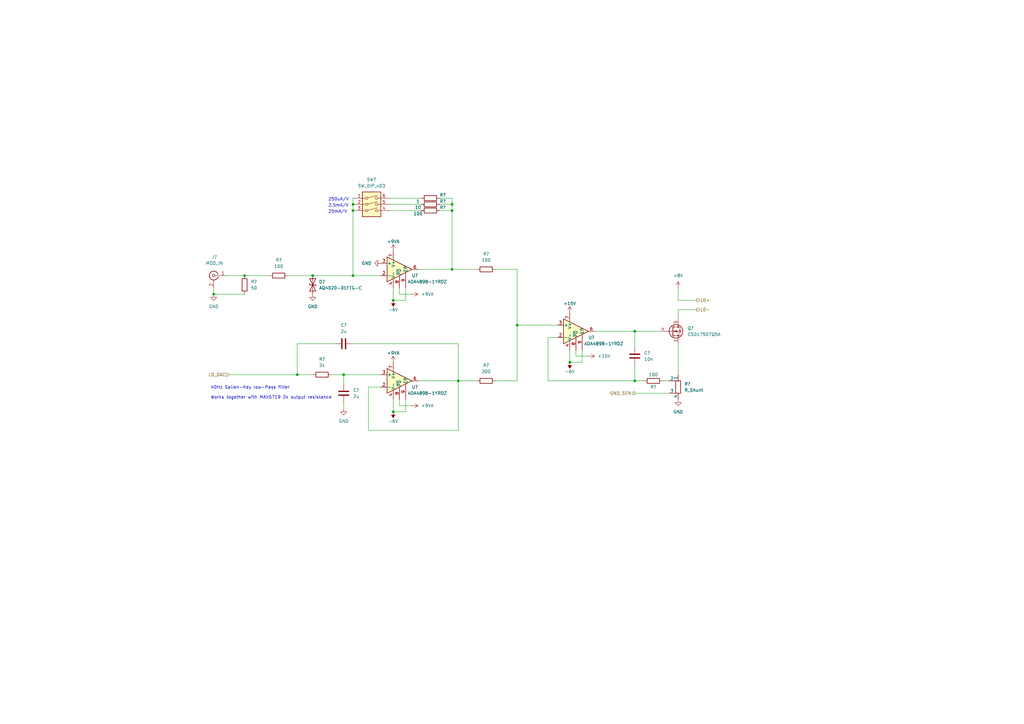
<source format=kicad_sch>
(kicad_sch (version 20211123) (generator eeschema)
  (paper "A3")
  (lib_symbols
    (symbol "Amplifier_Operational:ADA4898-1YRDZ" (pin_names (offset 0.127))
      (property "Reference" "U" (at 3.81 3.81 0))
      (property "Value" "ADA4898-1YRDZ" (at 11.43 -2.54 0))
      (symbol "ADA4898-1YRDZ_1_1"
        (polyline (pts (xy -5.08 5.08) (xy 5.08 0) (xy -5.08 -5.08) (xy -5.08 5.08)) (stroke (width 0.254)) (fill (type background)))
        (pin input line (at -7.62 -2.54 0) (length 2.54) (name "-") (number "2"))
        (pin input line (at -7.62 2.54 0) (length 2.54) (name "+") (number "3"))
        (pin power_in line (at -2.54 -7.62 90) (length 3.81) (name "V-") (number "4"))
        (pin output line (at 7.62 0 180) (length 2.54) (name "~") (number "6"))
        (pin power_in line (at -2.54 7.62 270) (length 3.81) (name "V+") (number "7"))
        (pin input line (at 0 -7.62 90) (length 5.08) (name "~{PD}") (number "8"))
        (pin passive line (at 2.54 -7.62 90) (length 6.35) (name "EP") (number "9"))
      )
    )
    (symbol "Connector:Conn_Coaxial" (pin_names (offset 1.016) hide)
      (property "Reference" "J" (at 0.254 3.048 0))
      (property "Value" "Conn_Coaxial" (at 2.921 0 90))
      (symbol "Conn_Coaxial_0_1"
        (arc (start -1.778 -0.508) (mid 0.2311 -1.8066) (end 1.778 0) (stroke (width 0.254)))
        (polyline (pts (xy -2.54 0) (xy -0.508 0)))
        (polyline (pts (xy 0 -2.54) (xy 0 -1.778)))
        (circle (center 0 0) (radius 0.508) (stroke (width 0.2032)))
        (arc (start 1.778 0) (mid 0.2099 1.8101) (end -1.778 0.508) (stroke (width 0.254)))
      )
      (symbol "Conn_Coaxial_1_1"
        (pin passive line (at -5.08 0 0) (length 2.54) (name "In") (number "1"))
        (pin passive line (at 0 -5.08 90) (length 2.54) (name "Ext") (number "2"))
      )
    )
    (symbol "Device:C" (pin_numbers hide) (pin_names (offset 0.254))
      (property "Reference" "C" (at 0.635 2.54 0))
      (property "Value" "C" (at 0.635 -2.54 0))
      (symbol "C_0_1"
        (polyline (pts (xy -2.032 -0.762) (xy 2.032 -0.762)) (stroke (width 0.508)))
        (polyline (pts (xy -2.032 0.762) (xy 2.032 0.762)) (stroke (width 0.508)))
      )
      (symbol "C_1_1"
        (pin passive line (at 0 3.81 270) (length 2.794) (name "~") (number "1"))
        (pin passive line (at 0 -3.81 90) (length 2.794) (name "~") (number "2"))
      )
    )
    (symbol "Device:D_TVS" (pin_numbers hide) (pin_names (offset 1.016) hide)
      (property "Reference" "D" (at 0 2.54 0))
      (property "Value" "D_TVS" (at 0 -2.54 0))
      (symbol "D_TVS_0_1"
        (polyline (pts (xy 1.27 0) (xy -1.27 0)))
        (polyline (pts (xy 0.508 1.27) (xy 0 1.27) (xy 0 -1.27) (xy -0.508 -1.27)) (stroke (width 0.254)))
        (polyline (pts (xy -2.54 1.27) (xy -2.54 -1.27) (xy 2.54 1.27) (xy 2.54 -1.27) (xy -2.54 1.27)) (stroke (width 0.254)))
      )
      (symbol "D_TVS_1_1"
        (pin passive line (at -3.81 0 0) (length 2.54) (name "A1") (number "1"))
        (pin passive line (at 3.81 0 180) (length 2.54) (name "A2") (number "2"))
      )
    )
    (symbol "Device:R" (pin_numbers hide) (pin_names (offset 0))
      (property "Reference" "R" (at 2.032 0 90))
      (property "Value" "R" (at 0 0 90))
      (symbol "R_0_1"
        (rectangle (start -1.016 -2.54) (end 1.016 2.54) (stroke (width 0.254)))
      )
      (symbol "R_1_1"
        (pin passive line (at 0 3.81 270) (length 1.27) (name "~") (number "1"))
        (pin passive line (at 0 -3.81 90) (length 1.27) (name "~") (number "2"))
      )
    )
    (symbol "Device:R_Shunt" (pin_numbers hide) (pin_names (offset 0))
      (property "Reference" "R" (at -4.445 0 90))
      (property "Value" "R_Shunt" (at -2.54 0 90))
      (symbol "R_Shunt_0_1"
        (rectangle (start -1.016 -2.54) (end 1.016 2.54) (stroke (width 0.254)))
        (polyline (pts (xy 0 -2.54) (xy 1.27 -2.54)))
        (polyline (pts (xy 1.27 2.54) (xy 0 2.54)))
      )
      (symbol "R_Shunt_1_1"
        (pin passive line (at 0 5.08 270) (length 2.54) (name "1") (number "1"))
        (pin passive line (at 3.81 2.54 180) (length 2.54) (name "2") (number "2"))
        (pin passive line (at 3.81 -2.54 180) (length 2.54) (name "3") (number "3"))
        (pin passive line (at 0 -5.08 90) (length 2.54) (name "4") (number "4"))
      )
    )
    (symbol "Switch:SW_DIP_x03" (pin_names (offset 0) hide)
      (property "Reference" "SW" (at 0 8.89 0))
      (property "Value" "SW_DIP_x03" (at 0 -3.81 0))
      (symbol "SW_DIP_x03_0_0"
        (circle (center -2.032 0) (radius 0.508))
        (circle (center -2.032 2.54) (radius 0.508))
        (circle (center -2.032 5.08) (radius 0.508))
        (polyline (pts (xy -1.524 0.127) (xy 2.3622 1.1684)))
        (polyline (pts (xy -1.524 2.667) (xy 2.3622 3.7084)))
        (polyline (pts (xy -1.524 5.207) (xy 2.3622 6.2484)))
        (circle (center 2.032 0) (radius 0.508))
        (circle (center 2.032 2.54) (radius 0.508))
        (circle (center 2.032 5.08) (radius 0.508))
      )
      (symbol "SW_DIP_x03_0_1"
        (rectangle (start -3.81 7.62) (end 3.81 -2.54) (stroke (width 0.254)) (fill (type background)))
      )
      (symbol "SW_DIP_x03_1_1"
        (pin passive line (at -7.62 5.08 0) (length 5.08) (name "~") (number "1"))
        (pin passive line (at -7.62 2.54 0) (length 5.08) (name "~") (number "2"))
        (pin passive line (at -7.62 0 0) (length 5.08) (name "~") (number "3"))
        (pin passive line (at 7.62 0 180) (length 5.08) (name "~") (number "4"))
        (pin passive line (at 7.62 2.54 180) (length 5.08) (name "~") (number "5"))
        (pin passive line (at 7.62 5.08 180) (length 5.08) (name "~") (number "6"))
      )
    )
    (symbol "Transistor_FET:CSD17507Q5A" (pin_names hide)
      (property "Reference" "Q" (at 5.08 1.905 0))
      (property "Value" "CSD17507Q5A" (at 5.08 0 0))
      (symbol "CSD17507Q5A_0_1"
        (polyline (pts (xy 0.254 0) (xy -2.54 0)))
        (polyline (pts (xy 0.254 1.905) (xy 0.254 -1.905)) (stroke (width 0.254)))
        (polyline (pts (xy 0.762 -1.27) (xy 0.762 -2.286)) (stroke (width 0.254)))
        (polyline (pts (xy 0.762 0.508) (xy 0.762 -0.508)) (stroke (width 0.254)))
        (polyline (pts (xy 0.762 2.286) (xy 0.762 1.27)) (stroke (width 0.254)))
        (polyline (pts (xy 2.54 2.54) (xy 2.54 1.778)))
        (polyline (pts (xy 2.54 -2.54) (xy 2.54 0) (xy 0.762 0)))
        (polyline (pts (xy 0.762 -1.778) (xy 3.302 -1.778) (xy 3.302 1.778) (xy 0.762 1.778)))
        (polyline (pts (xy 1.016 0) (xy 2.032 0.381) (xy 2.032 -0.381) (xy 1.016 0)) (fill (type outline)))
        (polyline (pts (xy 2.794 0.508) (xy 2.921 0.381) (xy 3.683 0.381) (xy 3.81 0.254)))
        (polyline (pts (xy 3.302 0.381) (xy 2.921 -0.254) (xy 3.683 -0.254) (xy 3.302 0.381)))
        (circle (center 1.651 0) (radius 2.794) (stroke (width 0.254)))
        (circle (center 2.54 -1.778) (radius 0.254) (fill (type outline)))
        (circle (center 2.54 1.778) (radius 0.254) (fill (type outline)))
      )
      (symbol "CSD17507Q5A_1_1"
        (pin passive line (at 2.54 -5.08 90) (length 2.54) (name "S") (number "1"))
        (pin passive line (at 2.54 -5.08 90) (length 2.54) hide (name "S") (number "2"))
        (pin passive line (at 2.54 -5.08 90) (length 2.54) hide (name "S") (number "3"))
        (pin passive line (at -5.08 0 0) (length 2.54) (name "G") (number "4"))
        (pin passive line (at 2.54 5.08 270) (length 2.54) (name "D") (number "5"))
      )
    )
    (symbol "power:+15V" (power) (pin_names (offset 0))
      (property "Value" "+15V" (at 0 3.556 0))
      (symbol "+15V_0_1"
        (polyline (pts (xy -0.762 1.27) (xy 0 2.54)))
        (polyline (pts (xy 0 0) (xy 0 2.54)))
        (polyline (pts (xy 0 2.54) (xy 0.762 1.27)))
      )
      (symbol "+15V_1_1"
        (pin power_in line (at 0 0 90) (length 0) hide (name "+15V") (number "1"))
      )
    )
    (symbol "power:+8V" (power) (pin_names (offset 0))
      (property "Value" "+8V" (at 0 3.556 0))
      (symbol "+8V_0_1"
        (polyline (pts (xy -0.762 1.27) (xy 0 2.54)))
        (polyline (pts (xy 0 0) (xy 0 2.54)))
        (polyline (pts (xy 0 2.54) (xy 0.762 1.27)))
      )
      (symbol "+8V_1_1"
        (pin power_in line (at 0 0 90) (length 0) hide (name "+8V") (number "1"))
      )
    )
    (symbol "power:+9VA" (power) (pin_names (offset 0))
      (property "Value" "+9VA" (at 0 3.81 0))
      (symbol "+9VA_0_1"
        (polyline (pts (xy -0.762 1.27) (xy 0 2.54)))
        (polyline (pts (xy 0 0) (xy 0 2.54)))
        (polyline (pts (xy 0 2.54) (xy 0.762 1.27)))
      )
      (symbol "+9VA_1_1"
        (pin power_in line (at 0 0 90) (length 0) hide (name "+9VA") (number "1"))
      )
    )
    (symbol "power:-6V" (power) (pin_names (offset 0))
      (property "Value" "-6V" (at 0 3.81 0))
      (symbol "-6V_0_0"
        (pin power_in line (at 0 0 90) (length 0) hide (name "-6V") (number "1"))
      )
      (symbol "-6V_0_1"
        (polyline (pts (xy 0 0) (xy 0 1.27) (xy 0.762 1.27) (xy 0 2.54) (xy -0.762 1.27) (xy 0 1.27)) (fill (type outline)))
      )
    )
    (symbol "power:GND" (power) (pin_names (offset 0))
      (property "Value" "GND" (at 0 -3.81 0))
      (symbol "GND_0_1"
        (polyline (pts (xy 0 0) (xy 0 -1.27) (xy 1.27 -1.27) (xy 0 -2.54) (xy -1.27 -1.27) (xy 0 -1.27)))
      )
      (symbol "GND_1_1"
        (pin power_in line (at 0 0 270) (length 0) hide (name "GND") (number "1"))
      )
    )
  )
  (junction (at 144.78 86.36))
  (junction (at 185.42 110.49))
  (junction (at 233.68 148.59))
  (junction (at 144.78 83.82))
  (junction (at 128.27 113.03))
  (junction (at 100.33 113.03))
  (junction (at 161.29 168.91))
  (junction (at 187.96 156.21))
  (junction (at 161.29 123.19))
  (junction (at 121.92 153.67))
  (junction (at 140.97 153.67))
  (junction (at 185.42 86.36))
  (junction (at 260.35 156.21))
  (junction (at 260.35 135.89))
  (junction (at 185.42 83.82))
  (junction (at 87.63 120.65))
  (junction (at 144.78 113.03))
  (junction (at 212.09 133.35))
  (wire (pts (xy 140.97 165.1) (xy 140.97 167.64)))
  (wire (pts (xy 121.92 153.67) (xy 128.27 153.67)))
  (wire (pts (xy 87.63 120.65) (xy 100.33 120.65)))
  (wire (pts (xy 187.96 156.21) (xy 195.58 156.21)))
  (wire (pts (xy 278.13 130.81) (xy 278.13 127)))
  (wire (pts (xy 144.78 140.97) (xy 187.96 140.97)))
  (wire (pts (xy 87.63 120.65) (xy 87.63 118.11)))
  (wire (pts (xy 260.35 135.89) (xy 260.35 142.24)))
  (wire (pts (xy 243.84 135.89) (xy 260.35 135.89)))
  (wire (pts (xy 163.83 166.37) (xy 168.91 166.37)))
  (wire (pts (xy 128.27 113.03) (xy 144.78 113.03)))
  (wire (pts (xy 203.2 156.21) (xy 212.09 156.21)))
  (wire (pts (xy 100.33 113.03) (xy 110.49 113.03)))
  (wire (pts (xy 92.71 113.03) (xy 100.33 113.03)))
  (wire (pts (xy 185.42 81.28) (xy 185.42 83.82)))
  (wire (pts (xy 185.42 86.36) (xy 185.42 110.49)))
  (wire (pts (xy 118.11 113.03) (xy 128.27 113.03)))
  (wire (pts (xy 271.78 156.21) (xy 274.32 156.21)))
  (wire (pts (xy 236.22 146.05) (xy 241.3 146.05)))
  (wire (pts (xy 185.42 110.49) (xy 195.58 110.49)))
  (wire (pts (xy 180.34 86.36) (xy 185.42 86.36)))
  (wire (pts (xy 260.35 135.89) (xy 270.51 135.89)))
  (wire (pts (xy 171.45 156.21) (xy 187.96 156.21)))
  (wire (pts (xy 140.97 153.67) (xy 156.21 153.67)))
  (wire (pts (xy 135.89 153.67) (xy 140.97 153.67)))
  (wire (pts (xy 160.02 86.36) (xy 172.72 86.36)))
  (wire (pts (xy 187.96 176.53) (xy 187.96 156.21)))
  (wire (pts (xy 278.13 127) (xy 285.75 127)))
  (wire (pts (xy 151.13 158.75) (xy 151.13 176.53)))
  (wire (pts (xy 166.37 123.19) (xy 166.37 118.11)))
  (wire (pts (xy 161.29 118.11) (xy 161.29 123.19)))
  (wire (pts (xy 166.37 168.91) (xy 166.37 163.83)))
  (wire (pts (xy 121.92 140.97) (xy 121.92 153.67)))
  (wire (pts (xy 137.16 140.97) (xy 121.92 140.97)))
  (wire (pts (xy 180.34 81.28) (xy 185.42 81.28)))
  (wire (pts (xy 212.09 133.35) (xy 228.6 133.35)))
  (wire (pts (xy 163.83 118.11) (xy 163.83 120.65)))
  (wire (pts (xy 161.29 123.19) (xy 166.37 123.19)))
  (wire (pts (xy 212.09 110.49) (xy 212.09 133.35)))
  (wire (pts (xy 233.68 148.59) (xy 238.76 148.59)))
  (wire (pts (xy 260.35 161.29) (xy 274.32 161.29)))
  (wire (pts (xy 151.13 176.53) (xy 187.96 176.53)))
  (wire (pts (xy 163.83 163.83) (xy 163.83 166.37)))
  (wire (pts (xy 93.98 153.67) (xy 121.92 153.67)))
  (wire (pts (xy 171.45 110.49) (xy 185.42 110.49)))
  (wire (pts (xy 203.2 110.49) (xy 212.09 110.49)))
  (wire (pts (xy 180.34 83.82) (xy 185.42 83.82)))
  (wire (pts (xy 260.35 156.21) (xy 224.79 156.21)))
  (wire (pts (xy 144.78 81.28) (xy 144.78 83.82)))
  (wire (pts (xy 161.29 168.91) (xy 166.37 168.91)))
  (wire (pts (xy 233.68 143.51) (xy 233.68 148.59)))
  (wire (pts (xy 224.79 156.21) (xy 224.79 138.43)))
  (wire (pts (xy 236.22 143.51) (xy 236.22 146.05)))
  (wire (pts (xy 278.13 123.19) (xy 285.75 123.19)))
  (wire (pts (xy 212.09 156.21) (xy 212.09 133.35)))
  (wire (pts (xy 144.78 83.82) (xy 144.78 86.36)))
  (wire (pts (xy 163.83 120.65) (xy 168.91 120.65)))
  (wire (pts (xy 260.35 156.21) (xy 264.16 156.21)))
  (wire (pts (xy 161.29 163.83) (xy 161.29 168.91)))
  (wire (pts (xy 144.78 86.36) (xy 144.78 113.03)))
  (wire (pts (xy 160.02 83.82) (xy 172.72 83.82)))
  (wire (pts (xy 278.13 118.11) (xy 278.13 123.19)))
  (wire (pts (xy 187.96 140.97) (xy 187.96 156.21)))
  (wire (pts (xy 140.97 153.67) (xy 140.97 157.48)))
  (wire (pts (xy 156.21 158.75) (xy 151.13 158.75)))
  (wire (pts (xy 278.13 140.97) (xy 278.13 153.67)))
  (wire (pts (xy 238.76 148.59) (xy 238.76 143.51)))
  (wire (pts (xy 144.78 113.03) (xy 156.21 113.03)))
  (wire (pts (xy 260.35 149.86) (xy 260.35 156.21)))
  (wire (pts (xy 160.02 81.28) (xy 172.72 81.28)))
  (wire (pts (xy 185.42 83.82) (xy 185.42 86.36)))
  (wire (pts (xy 224.79 138.43) (xy 228.6 138.43)))
  (text "250uA/V" (at 134.62 82.55 0) (effects (font (size 1.27 1.27)) (justify left bottom)))
  (text "2.5mA/V" (at 134.62 85.09 0) (effects (font (size 1.27 1.27)) (justify left bottom)))
  (text "25mA/V" (at 134.62 87.63 0) (effects (font (size 1.27 1.27)) (justify left bottom)))
  (text "40Hz Sallen-Key low-Pass filter\n\nWorks together with MAX5719 2k output resistance" (at 86.36 163.83 0) (effects (font (size 1.27 1.27)) (justify left bottom)))
  (hierarchical_label "LD+" (shape output) (at 285.75 123.19 0))
  (hierarchical_label "GND_SEN" (shape output) (at 260.35 161.29 180))
  (hierarchical_label "LD_DAC" (shape input) (at 93.98 153.67 180))
  (hierarchical_label "LD-" (shape output) (at 285.75 127 0))
  (symbol (lib_id "Device:R") (at 176.53 86.36 90) (unit 1)
    (property "Reference" "R?" (at 181.61 85.09 90))
    (property "Value" "100" (at 171.45 87.63 90))
  )
  (symbol (lib_id "Device:C") (at 140.97 140.97 90) (unit 1)
    (property "Reference" "C?" (at 140.97 133.35 90))
    (property "Value" "2u" (at 140.97 135.89 90))
  )
  (symbol (lib_id "Device:R") (at 267.97 156.21 90) (unit 1)
    (property "Reference" "R?" (at 267.97 158.75 90))
    (property "Value" "100" (at 267.97 153.67 90))
  )
  (symbol (lib_id "Amplifier_Operational:ADA4898-1YRDZ") (at 236.22 135.89 0) (unit 1)
    (property "Reference" "U?" (at 242.57 138.43 0))
    (property "Value" "ADA4898-1YRDZ" (at 247.65 140.97 0))
    (property "Footprint" "Package_SO:SOIC-8-1EP_3.9x4.9mm_P1.27mm_EP2.29x3mm" (effects hide))
    (property "Datasheet" "https://www.analog.com/media/en/technical-documentation/data-sheets/ada4898-1_4898-2.pdf" (effects hide))
  )
  (symbol (lib_id "Device:C") (at 260.35 146.05 0) (unit 1)
    (property "Reference" "C?" (at 264.16 144.7799 0) (effects (justify left)))
    (property "Value" "10n" (at 264.16 147.3199 0) (effects (justify left)))
  )
  (symbol (lib_id "Device:R") (at 199.39 156.21 90) (unit 1)
    (property "Reference" "R?" (at 199.39 149.86 90))
    (property "Value" "300" (at 199.39 152.4 90))
  )
  (symbol (lib_id "Switch:SW_DIP_x03") (at 152.4 86.36 0) (unit 1)
    (property "Reference" "SW?" (at 152.4 73.66 0))
    (property "Value" "SW_DIP_x03" (at 152.4 76.2 0))
  )
  (symbol (lib_id "Amplifier_Operational:ADA4898-1YRDZ") (at 163.83 156.21 0) (unit 1)
    (property "Reference" "U?" (at 170.18 158.75 0))
    (property "Value" "ADA4898-1YRDZ" (at 175.26 161.29 0))
    (property "Footprint" "Package_SO:SOIC-8-1EP_3.9x4.9mm_P1.27mm_EP2.29x3mm" (effects hide))
    (property "Datasheet" "https://www.analog.com/media/en/technical-documentation/data-sheets/ada4898-1_4898-2.pdf" (effects hide))
  )
  (symbol (lib_id "power:GND") (at 140.97 167.64 0) (unit 1)
    (property "Reference" "#PWR?" (effects hide))
    (property "Value" "GND" (at 140.97 172.72 0))
  )
  (symbol (lib_id "Device:R") (at 132.08 153.67 90) (unit 1)
    (property "Reference" "R?" (at 132.08 147.32 90))
    (property "Value" "2k" (at 132.08 149.86 90))
  )
  (symbol (lib_id "power:+9VA") (at 168.91 120.65 270) (unit 1)
    (property "Reference" "#PWR?" (effects hide))
    (property "Value" "+9VA" (at 172.72 120.6499 90) (effects (justify left)))
  )
  (symbol (lib_id "Device:R_Shunt") (at 278.13 158.75 0) (mirror y) (unit 1)
    (property "Reference" "R?" (at 280.67 157.4799 0) (effects (justify right)))
    (property "Value" "R_Shunt" (at 280.67 160.0199 0) (effects (justify right)))
  )
  (symbol (lib_id "power:-6V") (at 161.29 168.91 180) (unit 1)
    (property "Reference" "#PWR?" (effects hide))
    (property "Value" "-6V" (at 161.29 172.72 0))
  )
  (symbol (lib_id "power:GND") (at 156.21 107.95 270) (unit 1)
    (property "Reference" "#PWR?" (effects hide))
    (property "Value" "GND" (at 152.4 107.9499 90) (effects (justify right)))
  )
  (symbol (lib_id "power:+15V") (at 241.3 146.05 270) (unit 1)
    (property "Reference" "#PWR?" (effects hide))
    (property "Value" "+15V" (at 245.11 146.05 90) (effects (justify left)))
  )
  (symbol (lib_id "Device:R") (at 199.39 110.49 90) (unit 1)
    (property "Reference" "R?" (at 199.39 104.14 90))
    (property "Value" "100" (at 199.39 106.68 90))
  )
  (symbol (lib_id "Device:R") (at 100.33 116.84 0) (unit 1)
    (property "Reference" "R?" (at 102.87 115.5699 0) (effects (justify left)))
    (property "Value" "50" (at 102.87 118.1099 0) (effects (justify left)))
  )
  (symbol (lib_id "power:GND") (at 128.27 120.65 0) (unit 1)
    (property "Reference" "#PWR?" (effects hide))
    (property "Value" "GND" (at 128.27 125.73 0))
  )
  (symbol (lib_id "Device:R") (at 114.3 113.03 90) (unit 1)
    (property "Reference" "R?" (at 114.3 106.68 90))
    (property "Value" "100" (at 114.3 109.22 90))
  )
  (symbol (lib_id "power:+9VA") (at 168.91 166.37 270) (unit 1)
    (property "Reference" "#PWR?" (effects hide))
    (property "Value" "+9VA" (at 172.72 166.3699 90) (effects (justify left)))
  )
  (symbol (lib_id "power:GND") (at 278.13 163.83 0) (unit 1)
    (property "Reference" "#PWR?" (effects hide))
    (property "Value" "GND" (at 278.13 168.91 0))
  )
  (symbol (lib_id "Device:R") (at 176.53 81.28 90) (unit 1)
    (property "Reference" "R?" (at 181.61 80.01 90))
    (property "Value" "1" (at 171.45 82.55 90))
  )
  (symbol (lib_id "power:+8V") (at 278.13 118.11 0) (unit 1)
    (property "Reference" "#PWR?" (effects hide))
    (property "Value" "+8V" (at 278.13 113.03 0))
  )
  (symbol (lib_id "Amplifier_Operational:ADA4898-1YRDZ") (at 163.83 110.49 0) (unit 1)
    (property "Reference" "U?" (at 170.18 113.03 0))
    (property "Value" "ADA4898-1YRDZ" (at 175.26 115.57 0))
    (property "Footprint" "Package_SO:SOIC-8-1EP_3.9x4.9mm_P1.27mm_EP2.29x3mm" (effects hide))
    (property "Datasheet" "https://www.analog.com/media/en/technical-documentation/data-sheets/ada4898-1_4898-2.pdf" (effects hide))
  )
  (symbol (lib_id "power:-6V") (at 161.29 123.19 180) (unit 1)
    (property "Reference" "#PWR?" (effects hide))
    (property "Value" "-6V" (at 161.29 127 0))
  )
  (symbol (lib_id "power:GND") (at 87.63 120.65 0) (unit 1)
    (property "Reference" "#PWR?" (effects hide))
    (property "Value" "GND" (at 87.63 125.73 0))
  )
  (symbol (lib_id "Transistor_FET:CSD17507Q5A") (at 275.59 135.89 0) (unit 1)
    (property "Reference" "Q?" (at 281.94 134.6199 0) (effects (justify left)))
    (property "Value" "CSD17507Q5A" (at 281.94 137.1599 0) (effects (justify left)))
    (property "Footprint" "Package_TO_SOT_SMD:TDSON-8-1" (effects hide))
    (property "Datasheet" "http://www.ti.com/lit/gpn/csd17507q5a" (effects hide))
  )
  (symbol (lib_id "power:-6V") (at 233.68 148.59 180) (unit 1)
    (property "Reference" "#PWR?" (effects hide))
    (property "Value" "-6V" (at 233.68 152.4 0))
  )
  (symbol (lib_id "Device:R") (at 176.53 83.82 90) (unit 1)
    (property "Reference" "R?" (at 181.61 82.55 90))
    (property "Value" "10" (at 171.45 85.09 90))
  )
  (symbol (lib_id "Device:D_TVS") (at 128.27 116.84 90) (unit 1)
    (property "Reference" "D?" (at 130.81 115.5699 90) (effects (justify right)))
    (property "Value" "AQ4020-01FTG-C" (at 130.81 118.1099 90) (effects (justify right)))
    (property "Datasheet" "https://www.mouser.hk/datasheet/2/240/Littelfuse_tvs_diode_array_AQ4020_datasheet_pdf-1372610.pdf" (effects hide))
  )
  (symbol (lib_id "power:+9VA") (at 161.29 148.59 0) (unit 1)
    (property "Reference" "#PWR?" (effects hide))
    (property "Value" "+9VA" (at 161.29 144.78 0))
  )
  (symbol (lib_id "power:+9VA") (at 161.29 102.87 0) (unit 1)
    (property "Reference" "#PWR?" (effects hide))
    (property "Value" "+9VA" (at 161.29 99.06 0))
  )
  (symbol (lib_id "Device:C") (at 140.97 161.29 0) (unit 1)
    (property "Reference" "C?" (at 144.78 160.0199 0) (effects (justify left)))
    (property "Value" "2u" (at 144.78 162.5599 0) (effects (justify left)))
  )
  (symbol (lib_id "power:+15V") (at 233.68 128.27 0) (unit 1)
    (property "Reference" "#PWR?" (effects hide))
    (property "Value" "+15V" (at 233.68 124.46 0))
  )
  (symbol (lib_id "Connector:Conn_Coaxial") (at 87.63 113.03 0) (mirror y) (unit 1)
    (property "Reference" "J?" (at 87.9474 105.41 0))
    (property "Value" "MOD_IN" (at 87.9474 107.95 0))
    (property "Datasheet" " ~" (effects hide))
  )
)
</source>
